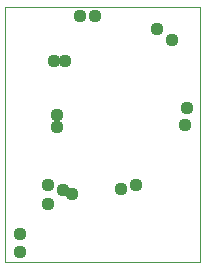
<source format=gbs>
G75*
%MOIN*%
%OFA0B0*%
%FSLAX24Y24*%
%IPPOS*%
%LPD*%
%AMOC8*
5,1,8,0,0,1.08239X$1,22.5*
%
%ADD10C,0.0000*%
%ADD11C,0.0437*%
D10*
X002392Y002517D02*
X002392Y011017D01*
X008892Y011017D01*
X008892Y002517D01*
X002392Y002517D01*
D11*
X002892Y002829D03*
X002892Y003454D03*
X003829Y004454D03*
X004329Y004892D03*
X004642Y004767D03*
X003829Y005079D03*
X004142Y007017D03*
X004142Y007392D03*
X004017Y009204D03*
X004392Y009204D03*
X004892Y010704D03*
X005392Y010704D03*
X007454Y010267D03*
X007954Y009892D03*
X008454Y007642D03*
X008392Y007079D03*
X006767Y005079D03*
X006267Y004954D03*
M02*

</source>
